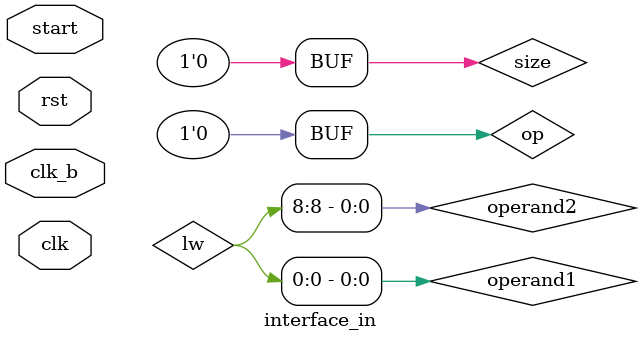
<source format=v>
module interface_in(
	input clk_b, clk, rst, start
);
	
	//Instanciamento da ferramenta
	reg [15:0] lw;
	wire ready;
	reg [7:0] adrss;
	teste memoria(adrss, clk, result, ready, lw);
	
	reg op = 3'b000;
	reg size = 2'b00;
	reg operand1 = lw[7:0];
	reg operand2 = lw[15:8];
	reg result;
	wire fetch_busy;
	
	coprocessor control_unit(clk_b, rst, start, op, size, operand1, operand2, result, ready);
	
	always @(*) begin
		if(start) begin
			adrss <= 8'b0;
		end
		
		if(ready) begin
			adrss <= 8'b1;
		end
	end
	
endmodule
</source>
